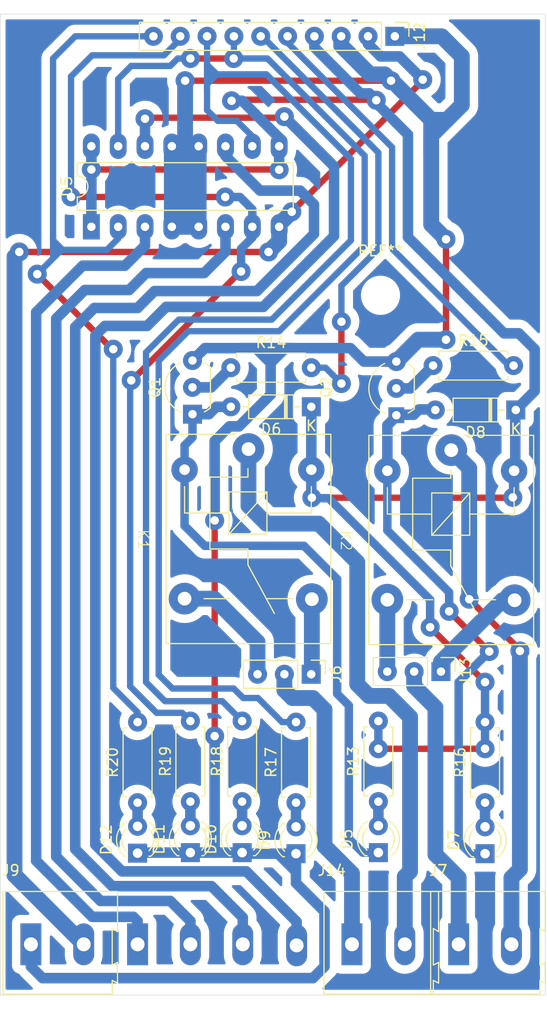
<source format=kicad_pcb>
(kicad_pcb (version 20240108) (generator "pcbnew") (generator_version "8.0")
  (layers (0 "F.Cu" signal) (31 "B.Cu" signal) (34 "B.Paste" user) (35 "F.Paste" user) (36 "B.SilkS" user "B.Silkscreen") (37 "F.SilkS" user "F.Silkscreen") (38 "B.Mask" user) (39 "F.Mask" user) (44 "Edge.Cuts" user))
  (net 0 "")
  (net 1 "Net-(D5-A)")
  (net 2 "Net-(D5-K)")
  (net 3 "Net-(D7-A)")
  (net 4 "Net-(D7-K)")
  (net 5 "GND")
  (net 6 "Net-(D9-A)")
  (net 7 "Net-(D10-A)")
  (net 8 "Net-(D11-A)")
  (net 9 "+5V")
  (net 10 "Net-(D12-A)")
  (net 11 "Net-(J6-Pin_3)")
  (net 12 "Net-(J6-Pin_1)")
  (net 13 "Net-(J14-Pin_1)")
  (net 14 "Net-(J13-Pin_2)")
  (net 15 "Net-(J7-Pin_2)")
  (net 16 "/PWM3")
  (net 17 "/PWM1")
  (net 18 "/PWM2")
  (net 19 "/PWM0")
  (net 20 "VDD")
  (net 21 "Net-(J13-Pin_3)")
  (net 22 "Net-(J13-Pin_1)")
  (net 23 "Net-(J14-Pin_2)")
  (net 24 "Net-(Q1-B)")
  (net 25 "Net-(Q2-B)")
  (net 26 "/RLY0")
  (net 27 "/RLY1")
  (net 28 "/PWM3m")
  (net 29 "/PWM2m")
  (net 30 "/PWM1m")
  (net 31 "/PWM0m")
  (footprint "Codigo_lib:Relay" (layer "F.Cu") (at 140.75 93.475 -90)
    (property "Reference" "K1" (at 0 9.6 -90) (layer "F.SilkS") (effects (font (thickness 0.1))))
    (property "Value" "~")
    (pad "1" thru_hole circle (at -8.55 -0.35) (size 3 3) (drill 1.3) (layers "*.Cu" "*.Mask") (net 23 "Net-(J14-Pin_2)"))
    (pad "2" thru_hole circle (at -6.6 5.7) (size 2.5 2.5) (drill 1) (layers "*.Cu" "*.Mask") (net 2 "Net-(D5-K)"))
    (pad "3" thru_hole circle (at 5.6 5.7) (size 3 3) (drill 1.3) (layers "*.Cu" "*.Mask") (net 11 "Net-(J6-Pin_3)"))
    (pad "4" thru_hole circle (at 5.65 -6.35) (size 3 3) (drill 1.3) (layers "*.Cu" "*.Mask") (net 12 "Net-(J6-Pin_1)"))
    (pad "5" thru_hole circle (at -6.6 -6.3) (size 2.5 2.5) (drill 1) (layers "*.Cu" "*.Mask") (net 9 "+5V"))
  )
  (footprint "Resistor_THT:R_Axial_DIN0207_L6.3mm_D2.5mm_P7.62mm_Horizontal" (layer "F.Cu") (at 139.43 77.225)
    (property "Reference" "R14" (at 3.81 -2.37 0) (layer "F.SilkS"))
    (property "Value" "330")
    (pad "1" thru_hole circle (at 0 0) (size 1.8 1.8) (drill 0.8) (layers "*.Cu" "*.Mask") (net 24 "Net-(Q1-B)"))
    (pad "2" thru_hole oval (at 7.62 0) (size 1.8 1.8) (drill 0.8) (layers "*.Cu" "*.Mask") (net 26 "/RLY0"))
  )
  (footprint "Diode_THT:D_DO-35_SOD27_P7.62mm_Horizontal" (layer "F.Cu") (at 147.05 80.925 180)
    (property "Reference" "D6" (at 3.81 -2.12 0) (layer "F.SilkS"))
    (property "Value" "1N4148")
    (fp_text user "K" (at 0 -1.8 0) (layer "F.SilkS"))
    (pad "1" thru_hole rect (at 0 0 180) (size 1.8 1.8) (drill 0.8) (layers "*.Cu" "*.Mask") (net 9 "+5V"))
    (pad "2" thru_hole oval (at 7.62 0 180) (size 1.8 1.8) (drill 0.8) (layers "*.Cu" "*.Mask") (net 2 "Net-(D5-K)"))
  )
  (footprint "Package_DIP:DIP-16_W7.62mm_LongPads" (layer "F.Cu") (at 126.225 63.895 90)
    (property "Reference" "U5" (at 3.81 -2.33 90) (layer "F.SilkS"))
    (property "Value" "L293D")
    (pad "1" thru_hole rect (at 0 0 90) (size 2.4 1.6) (drill 0.8) (layers "*.Cu" "*.Mask") (net 9 "+5V"))
    (pad "2" thru_hole oval (at 0 2.54 90) (size 2.4 1.6) (drill 0.8) (layers "*.Cu" "*.Mask") (net 31 "/PWM0m"))
    (pad "3" thru_hole oval (at 0 5.08 90) (size 2.4 1.6) (drill 0.8) (layers "*.Cu" "*.Mask") (net 19 "/PWM0"))
    (pad "4" thru_hole oval (at 0 7.62 90) (size 2.4 1.6) (drill 0.8) (layers "*.Cu" "*.Mask") (net 5 "GND"))
    (pad "5" thru_hole oval (at 0 10.16 90) (size 2.4 1.6) (drill 0.8) (layers "*.Cu" "*.Mask") (net 5 "GND"))
    (pad "6" thru_hole oval (at 0 12.7 90) (size 2.4 1.6) (drill 0.8) (layers "*.Cu" "*.Mask") (net 17 "/PWM1"))
    (pad "7" thru_hole oval (at 0 15.24 90) (size 2.4 1.6) (drill 0.8) (layers "*.Cu" "*.Mask") (net 30 "/PWM1m"))
    (pad "8" thru_hole oval (at 0 17.78 90) (size 2.4 1.6) (drill 0.8) (layers "*.Cu" "*.Mask") (net 20 "VDD"))
    (pad "9" thru_hole oval (at 7.62 17.78 90) (size 2.4 1.6) (drill 0.8) (layers "*.Cu" "*.Mask") (net 9 "+5V"))
    (pad "10" thru_hole oval (at 7.62 15.24 90) (size 2.4 1.6) (drill 0.8) (layers "*.Cu" "*.Mask") (net 29 "/PWM2m"))
    (pad "11" thru_hole oval (at 7.62 12.7 90) (size 2.4 1.6) (drill 0.8) (layers "*.Cu" "*.Mask") (net 18 "/PWM2"))
    (pad "12" thru_hole oval (at 7.62 10.16 90) (size 2.4 1.6) (drill 0.8) (layers "*.Cu" "*.Mask") (net 5 "GND"))
    (pad "13" thru_hole oval (at 7.62 7.62 90) (size 2.4 1.6) (drill 0.8) (layers "*.Cu" "*.Mask") (net 5 "GND"))
    (pad "14" thru_hole oval (at 7.62 5.08 90) (size 2.4 1.6) (drill 0.8) (layers "*.Cu" "*.Mask") (net 16 "/PWM3"))
    (pad "15" thru_hole oval (at 7.62 2.54 90) (size 2.4 1.6) (drill 0.8) (layers "*.Cu" "*.Mask") (net 28 "/PWM3m"))
    (pad "16" thru_hole oval (at 7.62 0 90) (size 2.4 1.6) (drill 0.8) (layers "*.Cu" "*.Mask") (net 9 "+5V"))
  )
  (footprint "Codigo_lib:Relay" (layer "F.Cu") (at 159.95 93.575 -90)
    (property "Reference" "K2" (at 0 9.6 -90) (layer "F.SilkS") (effects (font (thickness 0.1))))
    (property "Value" "~")
    (pad "1" thru_hole circle (at -8.55 -0.35) (size 3 3) (drill 1.3) (layers "*.Cu" "*.Mask") (net 15 "Net-(J7-Pin_2)"))
    (pad "2" thru_hole circle (at -6.6 5.7) (size 2.5 2.5) (drill 1) (layers "*.Cu" "*.Mask") (net 4 "Net-(D7-K)"))
    (pad "3" thru_hole circle (at 5.6 5.7) (size 3 3) (drill 1.3) (layers "*.Cu" "*.Mask") (net 21 "Net-(J13-Pin_3)"))
    (pad "4" thru_hole circle (at 5.65 -6.35) (size 3 3) (drill 1.3) (layers "*.Cu" "*.Mask") (net 22 "Net-(J13-Pin_1)"))
    (pad "5" thru_hole circle (at -6.6 -6.3) (size 2.5 2.5) (drill 1) (layers "*.Cu" "*.Mask") (net 9 "+5V"))
  )
  (footprint "Connector_PinHeader_2.54mm:PinHeader_1x03_P2.54mm_Vertical" (layer "F.Cu") (at 147.04 106.225 -90)
    (property "Reference" "J6" (at 0 -2.33 90) (layer "F.SilkS"))
    (property "Value" "SEL0")
    (pad "1" thru_hole rect (at 0 0 270) (size 1.8 1.8) (drill 0.8) (layers "*.Cu" "*.Mask") (net 12 "Net-(J6-Pin_1)"))
    (pad "2" thru_hole oval (at 0 2.54 270) (size 1.8 1.8) (drill 0.8) (layers "*.Cu" "*.Mask") (net 13 "Net-(J14-Pin_1)"))
    (pad "3" thru_hole oval (at 0 5.08 270) (size 1.8 1.8) (drill 0.8) (layers "*.Cu" "*.Mask") (net 11 "Net-(J6-Pin_3)"))
  )
  (footprint "Borneras:TerminalBlock_Altech_AK300-4_P5.00mm" (layer "F.Cu") (at 130.56 131.875)
    (property "Reference" "J8" (hide yes))
    (property "Value" "PWM")
    (pad "1" thru_hole rect (at 0.04 -0.1) (size 1.98 3.96) (drill 1.32) (layers "*.Cu" "*.Mask") (net 19 "/PWM0"))
    (pad "2" thru_hole oval (at 5.04 -0.1) (size 1.98 3.96) (drill 1.32) (layers "*.Cu" "*.Mask") (net 17 "/PWM1"))
    (pad "3" thru_hole oval (at 10 -0.1) (size 1.98 3.96) (drill 1.32) (layers "*.Cu" "*.Mask") (net 18 "/PWM2"))
    (pad "4" thru_hole oval (at 15.1 0) (size 1.98 3.96) (drill 1.32) (layers "*.Cu" "*.Mask") (net 16 "/PWM3"))
  )
  (footprint "Resistor_THT:R_Axial_DIN0207_L6.3mm_D2.5mm_P7.62mm_Horizontal" (layer "F.Cu") (at 135.6 118.275 90)
    (property "Reference" "R19" (at 3.81 -2.37 90) (layer "F.SilkS"))
    (property "Value" "330")
    (pad "1" thru_hole circle (at 0 0 90) (size 1.8 1.8) (drill 0.8) (layers "*.Cu" "*.Mask") (net 8 "Net-(D11-A)"))
    (pad "2" thru_hole oval (at 7.62 0 90) (size 1.8 1.8) (drill 0.8) (layers "*.Cu" "*.Mask") (net 30 "/PWM1m"))
  )
  (footprint "Connector_PinHeader_2.54mm:PinHeader_1x03_P2.54mm_Vertical" (layer "F.Cu") (at 159.325 105.975 -90)
    (property "Reference" "J13" (at 0 -2.33 90) (layer "F.SilkS"))
    (property "Value" "SEL1")
    (pad "1" thru_hole rect (at 0 0 270) (size 1.8 1.8) (drill 0.8) (layers "*.Cu" "*.Mask") (net 22 "Net-(J13-Pin_1)"))
    (pad "2" thru_hole oval (at 0 2.54 270) (size 1.8 1.8) (drill 0.8) (layers "*.Cu" "*.Mask") (net 14 "Net-(J13-Pin_2)"))
    (pad "3" thru_hole oval (at 0 5.08 270) (size 1.8 1.8) (drill 0.8) (layers "*.Cu" "*.Mask") (net 21 "Net-(J13-Pin_3)"))
  )
  (footprint "Connector_PinHeader_2.54mm:PinHeader_1x10_P2.54mm_Vertical" (layer "F.Cu") (at 154.96 45.875 -90)
    (property "Reference" "J12" (at 0 -2.33 90) (layer "F.SilkS"))
    (property "Value" "OUTPUTS")
    (pad "1" thru_hole rect (at 0 0 270) (size 1.8 1.8) (drill 0.8) (layers "*.Cu" "*.Mask") (net 5 "GND"))
    (pad "2" thru_hole oval (at 0 2.54 270) (size 1.8 1.8) (drill 0.8) (layers "*.Cu" "*.Mask") (net 20 "VDD"))
    (pad "3" thru_hole oval (at 0 5.08 270) (size 1.8 1.8) (drill 0.8) (layers "*.Cu" "*.Mask") (net 5 "GND"))
    (pad "4" thru_hole oval (at 0 7.62 270) (size 1.8 1.8) (drill 0.8) (layers "*.Cu" "*.Mask") (net 9 "+5V"))
    (pad "5" thru_hole oval (at 0 10.16 270) (size 1.8 1.8) (drill 0.8) (layers "*.Cu" "*.Mask") (net 27 "/RLY1"))
    (pad "6" thru_hole oval (at 0 12.7 270) (size 1.8 1.8) (drill 0.8) (layers "*.Cu" "*.Mask") (net 26 "/RLY0"))
    (pad "7" thru_hole oval (at 0 15.24 270) (size 1.8 1.8) (drill 0.8) (layers "*.Cu" "*.Mask") (net 28 "/PWM3m"))
    (pad "8" thru_hole oval (at 0 17.78 270) (size 1.8 1.8) (drill 0.8) (layers "*.Cu" "*.Mask") (net 29 "/PWM2m"))
    (pad "9" thru_hole oval (at 0 20.32 270) (size 1.8 1.8) (drill 0.8) (layers "*.Cu" "*.Mask") (net 30 "/PWM1m"))
    (pad "10" thru_hole oval (at 0 22.86 270) (size 1.8 1.8) (drill 0.8) (layers "*.Cu" "*.Mask") (net 31 "/PWM0m"))
  )
  (footprint "Package_TO_SOT_THT:TO-92L_Inline_Wide" (layer "F.Cu") (at 135.8 81.625 90)
    (property "Reference" "Q1" (at 2.54 -3.56 90) (layer "F.SilkS"))
    (property "Value" "BC548")
    (pad "1" thru_hole rect (at 0 0 90) (size 1.8 1.8) (drill 0.8) (layers "*.Cu" "*.Mask") (net 2 "Net-(D5-K)"))
    (pad "2" thru_hole circle (at 2.54 0 90) (size 1.8 1.8) (drill 0.8) (layers "*.Cu" "*.Mask") (net 24 "Net-(Q1-B)"))
    (pad "3" thru_hole circle (at 5.08 0 90) (size 1.8 1.8) (drill 0.8) (layers "*.Cu" "*.Mask") (net 5 "GND"))
  )
  (footprint "Borneras:TerminalBlock_Altech_AK300-2_P5.00mm" (layer "F.Cu") (at 120.5 131.775)
    (property "Reference" "J9" (at -1.92 -6.99 0) (layer "F.SilkS"))
    (property "Value" "PWR_OUT")
    (pad "1" thru_hole rect (at 0 0) (size 1.98 3.96) (drill 1.32) (layers "*.Cu" "*.Mask") (net 5 "GND"))
    (pad "2" thru_hole oval (at 5 0) (size 1.98 3.96) (drill 1.32) (layers "*.Cu" "*.Mask") (net 20 "VDD"))
  )
  (footprint "Borneras:TerminalBlock_Altech_AK300-2_P5.00mm" (layer "F.Cu") (at 150.9 131.775)
    (property "Reference" "J14" (at -1.92 -6.99 0) (layer "F.SilkS"))
    (property "Value" "RLY0")
    (pad "1" thru_hole rect (at 0 0) (size 1.98 3.96) (drill 1.32) (layers "*.Cu" "*.Mask") (net 13 "Net-(J14-Pin_1)"))
    (pad "2" thru_hole oval (at 5 0) (size 1.98 3.96) (drill 1.32) (layers "*.Cu" "*.Mask") (net 23 "Net-(J14-Pin_2)"))
  )
  (footprint "Resistor_THT:R_Axial_DIN0207_L6.3mm_D2.5mm_P7.62mm_Horizontal" (layer "F.Cu") (at 158.58 77.025)
    (property "Reference" "R15" (at 3.81 -2.37 0) (layer "F.SilkS"))
    (property "Value" "330")
    (pad "1" thru_hole circle (at 0 0) (size 1.8 1.8) (drill 0.8) (layers "*.Cu" "*.Mask") (net 25 "Net-(Q2-B)"))
    (pad "2" thru_hole oval (at 7.62 0) (size 1.8 1.8) (drill 0.8) (layers "*.Cu" "*.Mask") (net 27 "/RLY1"))
  )
  (footprint "Resistor_THT:R_Axial_DIN0207_L6.3mm_D2.5mm_P7.62mm_Horizontal" (layer "F.Cu") (at 145.6 118.375 90)
    (property "Reference" "R17" (at 3.81 -2.37 90) (layer "F.SilkS"))
    (property "Value" "330")
    (pad "1" thru_hole circle (at 0 0 90) (size 1.8 1.8) (drill 0.8) (layers "*.Cu" "*.Mask") (net 6 "Net-(D9-A)"))
    (pad "2" thru_hole oval (at 7.62 0 90) (size 1.8 1.8) (drill 0.8) (layers "*.Cu" "*.Mask") (net 28 "/PWM3m"))
  )
  (footprint "LED_THT:LED_D3.0mm_IRBlack" (layer "F.Cu") (at 140.5 123.1 90)
    (property "Reference" "D10" (at 1.27 -2.96 90) (layer "F.SilkS"))
    (property "Value" "DI2")
    (pad "1" thru_hole rect (at 0 0 90) (size 1.8 1.8) (drill 0.9) (layers "*.Cu" "*.Mask") (net 5 "GND"))
    (pad "2" thru_hole circle (at 2.54 0 90) (size 1.8 1.8) (drill 0.9) (layers "*.Cu" "*.Mask") (net 7 "Net-(D10-A)"))
  )
  (footprint "LED_THT:LED_D3.0mm_IRBlack" (layer "F.Cu") (at 135.6 123.1 90)
    (property "Reference" "D11" (at 1.27 -2.96 90) (layer "F.SilkS"))
    (property "Value" "DI1")
    (pad "1" thru_hole rect (at 0 0 90) (size 1.8 1.8) (drill 0.9) (layers "*.Cu" "*.Mask") (net 5 "GND"))
    (pad "2" thru_hole circle (at 2.54 0 90) (size 1.8 1.8) (drill 0.9) (layers "*.Cu" "*.Mask") (net 8 "Net-(D11-A)"))
  )
  (footprint "MountingHole:MountingHole_3.2mm_M3" (layer "F.Cu") (at 153.6 70.375)
    (property "Reference" "REF**" (at 0 -4.2 0) (layer "F.SilkS"))
    (property "Value" "MountingHole_3.2mm_M3")
    (pad "" np_thru_hole circle (at 0 0) (size 3.2 3.2) (drill 3.2) (layers "*.Cu" "*.Mask"))
  )
  (footprint "Package_TO_SOT_THT:TO-92L_Inline_Wide" (layer "F.Cu") (at 155.1 81.725 90)
    (property "Reference" "Q2" (at 2.64 -6.61 90) (layer "F.SilkS"))
    (property "Value" "BC548")
    (pad "1" thru_hole rect (at 0 0 90) (size 1.5 1.5) (drill 0.8) (layers "*.Cu" "*.Mask") (net 4 "Net-(D7-K)"))
    (pad "2" thru_hole circle (at 2.54 0 90) (size 1.8 1.8) (drill 0.8) (layers "*.Cu" "*.Mask") (net 25 "Net-(Q2-B)"))
    (pad "3" thru_hole circle (at 5.08 0 90) (size 1.8 1.8) (drill 0.8) (layers "*.Cu" "*.Mask") (net 5 "GND"))
  )
  (footprint "Diode_THT:D_DO-35_SOD27_P7.62mm_Horizontal" (layer "F.Cu") (at 166.41 81.225 180)
    (property "Reference" "D8" (at 3.81 -2.12 0) (layer "F.SilkS"))
    (property "Value" "1N4148")
    (fp_text user "K" (at 0 -1.8 0) (layer "F.SilkS"))
    (pad "1" thru_hole rect (at 0 0 180) (size 1.8 1.8) (drill 0.8) (layers "*.Cu" "*.Mask") (net 9 "+5V"))
    (pad "2" thru_hole oval (at 7.62 0 180) (size 1.8 1.8) (drill 0.8) (layers "*.Cu" "*.Mask") (net 4 "Net-(D7-K)"))
  )
  (footprint "Borneras:TerminalBlock_Altech_AK300-2_P5.00mm" (layer "F.Cu") (at 161 131.775)
    (property "Reference" "J7" (at -1.92 -6.99 0) (layer "F.SilkS"))
    (property "Value" "RLY1")
    (pad "1" thru_hole rect (at 0 0) (size 1.98 3.96) (drill 1.32) (layers "*.Cu" "*.Mask") (net 14 "Net-(J13-Pin_2)"))
    (pad "2" thru_hole oval (at 5 0) (size 1.98 3.96) (drill 1.32) (layers "*.Cu" "*.Mask") (net 15 "Net-(J7-Pin_2)"))
  )
  (footprint "LED_THT:LED_D3.0mm_IRBlack" (layer "F.Cu") (at 145.6 123.2 90)
    (property "Reference" "D9" (at 1.27 -2.96 90) (layer "F.SilkS"))
    (property "Value" "DI3")
    (pad "1" thru_hole rect (at 0 0 90) (size 1.8 1.8) (drill 0.9) (layers "*.Cu" "*.Mask") (net 5 "GND"))
    (pad "2" thru_hole circle (at 2.54 0 90) (size 1.8 1.8) (drill 0.9) (layers "*.Cu" "*.Mask") (net 6 "Net-(D9-A)"))
  )
  (footprint "LED_THT:LED_D3.0mm_IRBlack" (layer "F.Cu") (at 153.4 123.1 90)
    (property "Reference" "D5" (at 1.27 -2.96 90) (layer "F.SilkS"))
    (property "Value" "RLY0")
    (pad "1" thru_hole rect (at 0 0 90) (size 1.8 1.8) (drill 0.9) (layers "*.Cu" "*.Mask") (net 2 "Net-(D5-K)"))
    (pad "2" thru_hole circle (at 2.54 0 90) (size 1.8 1.8) (drill 0.9) (layers "*.Cu" "*.Mask") (net 1 "Net-(D5-A)"))
  )
  (footprint "Resistor_THT:R_Axial_DIN0207_L6.3mm_D2.5mm_P7.62mm_Horizontal" (layer "F.Cu") (at 130.6 118.375 90)
    (property "Reference" "R20" (at 3.81 -2.37 90) (layer "F.SilkS"))
    (property "Value" "330")
    (pad "1" thru_hole circle (at 0 0 90) (size 1.8 1.8) (drill 0.8) (layers "*.Cu" "*.Mask") (net 10 "Net-(D12-A)"))
    (pad "2" thru_hole oval (at 7.62 0 90) (size 1.8 1.8) (drill 0.8) (layers "*.Cu" "*.Mask") (net 31 "/PWM0m"))
  )
  (footprint "Resistor_THT:R_Axial_DIN0207_L6.3mm_D2.5mm_P7.62mm_Horizontal" (layer "F.Cu") (at 153.4 118.275 90)
    (property "Reference" "R13" (at 3.81 -2.37 90) (layer "F.SilkS"))
    (property "Value" "330")
    (pad "1" thru_hole circle (at 0 0 90) (size 1.8 1.8) (drill 0.8) (layers "*.Cu" "*.Mask") (net 1 "Net-(D5-A)"))
    (pad "2" thru_hole oval (at 7.62 0 90) (size 1.8 1.8) (drill 0.8) (layers "*.Cu" "*.Mask") (net 9 "+5V"))
  )
  (footprint "Resistor_THT:R_Axial_DIN0207_L6.3mm_D2.5mm_P7.62mm_Horizontal" (layer "F.Cu") (at 163.5 118.375 90)
    (property "Reference" "R16" (at 3.81 -2.37 90) (layer "F.SilkS"))
    (property "Value" "330")
    (pad "1" thru_hole circle (at 0 0 90) (size 1.8 1.8) (drill 0.8) (layers "*.Cu" "*.Mask") (net 3 "Net-(D7-A)"))
    (pad "2" thru_hole oval (at 7.62 0 90) (size 1.8 1.8) (drill 0.8) (layers "*.Cu" "*.Mask") (net 9 "+5V"))
  )
  (footprint "Resistor_THT:R_Axial_DIN0207_L6.3mm_D2.5mm_P7.62mm_Horizontal" (layer "F.Cu") (at 140.5 118.275 90)
    (property "Reference" "R18" (at 3.81 -2.37 90) (layer "F.SilkS"))
    (property "Value" "330")
    (pad "1" thru_hole circle (at 0 0 90) (size 1.8 1.8) (drill 0.8) (layers "*.Cu" "*.Mask") (net 7 "Net-(D10-A)"))
    (pad "2" thru_hole oval (at 7.62 0 90) (size 1.8 1.8) (drill 0.8) (layers "*.Cu" "*.Mask") (net 29 "/PWM2m"))
  )
  (footprint "LED_THT:LED_D3.0mm_IRBlack" (layer "F.Cu") (at 130.6 123.15 90)
    (property "Reference" "D12" (at 1.27 -2.96 90) (layer "F.SilkS"))
    (property "Value" "DI0")
    (pad "1" thru_hole rect (at 0 0 90) (size 1.8 1.8) (drill 0.9) (layers "*.Cu" "*.Mask") (net 5 "GND"))
    (pad "2" thru_hole circle (at 2.54 0 90) (size 1.8 1.8) (drill 0.9) (layers "*.Cu" "*.Mask") (net 10 "Net-(D12-A)"))
  )
  (footprint "LED_THT:LED_D3.0mm_IRBlack" (layer "F.Cu") (at 163.5 123.2 90)
    (property "Reference" "D7" (at 1.27 -2.96 90) (layer "F.SilkS"))
    (property "Value" "RLY1")
    (pad "1" thru_hole rect (at 0 0 90) (size 1.8 1.8) (drill 0.9) (layers "*.Cu" "*.Mask") (net 4 "Net-(D7-K)"))
    (pad "2" thru_hole circle (at 2.54 0 90) (size 1.8 1.8) (drill 0.9) (layers "*.Cu" "*.Mask") (net 3 "Net-(D7-A)"))
  )
  (gr_rect (start 117.6 43.775) (end 169.2 136.575) (stroke (width 0.05)) (fill none) (layer "Edge.Cuts"))
  (segment (start 153.4 118.275) (end 153.4 120.56) (width 1) (layer "B.Cu") (net 1))
  (segment (start 135.05 84.575) (end 135.8 83.825) (width 0.8) (layer "B.Cu") (net 2))
  (segment (start 151.925 123.1) (end 150.6 121.775) (width 0.8) (layer "B.Cu") (net 2))
  (segment (start 135.8 83.825) (end 135.8 81.625) (width 0.8) (layer "B.Cu") (net 2))
  (segment (start 135.8 81.625) (end 137.35 81.625) (width 1) (layer "B.Cu") (net 2))
  (segment (start 138.05 80.925) (end 139.43 80.925) (width 1) (layer "B.Cu") (net 2))
  (segment (start 137.35 81.625) (end 138.05 80.925) (width 1) (layer "B.Cu") (net 2))
  (segment (start 149.5 108.075) (end 149.5 97.225) (width 0.8) (layer "B.Cu") (net 2))
  (segment (start 150.6 121.775) (end 150.6 109.175) (width 0.8) (layer "B.Cu") (net 2))
  (segment (start 149.5 97.225) (end 146.35 94.075) (width 0.8) (layer "B.Cu") (net 2))
  (segment (start 150.6 109.175) (end 149.5 108.075) (width 0.8) (layer "B.Cu") (net 2))
  (segment (start 146.35 94.075) (end 136.95 94.075) (width 0.8) (layer "B.Cu") (net 2))
  (segment (start 136.95 94.075) (end 135.05 92.175) (width 0.8) (layer "B.Cu") (net 2))
  (segment (start 153.4 123.1) (end 151.925 123.1) (width 0.8) (layer "B.Cu") (net 2))
  (segment (start 135.05 92.175) (end 135.05 86.875) (width 0.8) (layer "B.Cu") (net 2))
  (segment (start 135.05 86.875) (end 135.05 84.575) (width 0.8) (layer "B.Cu") (net 2))
  (segment (start 163.5 118.375) (end 163.5 120.66) (width 1) (layer "B.Cu") (net 3))
  (segment (start 160.1 100.275) (end 163.9 104.075) (width 0.6) (layer "F.Cu") (net 4))
  (via (at 163.9 104.075) (size 1.8) (drill 0.8) (layers "F.Cu" "B.Cu") (net 4))
  (via (at 160.1 100.275) (size 1.8) (drill 0.8) (layers "F.Cu" "B.Cu") (net 4))
  (segment (start 154.25 86.975) (end 154.25 82.675) (width 1) (layer "B.Cu") (net 4))
  (segment (start 161 106.975) (end 161 122.075) (width 0.8) (layer "B.Cu") (net 4))
  (segment (start 160.1 98.475) (end 154.25 92.625) (width 0.8) (layer "B.Cu") (net 4))
  (segment (start 154.25 92.625) (end 154.25 86.975) (width 0.8) (layer "B.Cu") (net 4))
  (segment (start 161 122.075) (end 162.125 123.2) (width 0.8) (layer "B.Cu") (net 4))
  (segment (start 160.1 100.275) (end 160.1 98.475) (width 0.8) (layer "B.Cu") (net 4))
  (segment (start 162.125 123.2) (end 163.5 123.2) (width 0.8) (layer "B.Cu") (net 4))
  (segment (start 154.25 82.675) (end 155.25 81.675) (width 1) (layer "B.Cu") (net 4))
  (segment (start 163.9 104.075) (end 161 106.975) (width 0.8) (layer "B.Cu") (net 4))
  (segment (start 157.25 81.175) (end 158.74 81.175) (width 1) (layer "B.Cu") (net 4))
  (segment (start 155.25 81.675) (end 156.75 81.675) (width 1) (layer "B.Cu") (net 4))
  (segment (start 156.75 81.675) (end 157.25 81.175) (width 1) (layer "B.Cu") (net 4))
  (segment (start 137.9 112.075) (end 137.9 91.675) (width 0.6) (layer "F.Cu") (net 5))
  (segment (start 159.8 65.075) (end 159.8 74.575) (width 0.6) (layer "F.Cu") (net 5))
  (segment (start 135.1 50.075) (end 154.6 50.075) (width 0.6) (layer "F.Cu") (net 5))
  (via (at 137.9 112.075) (size 1.8) (drill 0.8) (layers "F.Cu" "B.Cu") (net 5))
  (via (at 159.8 65.075) (size 1.8) (drill 0.8) (layers "F.Cu" "B.Cu") (net 5))
  (via (at 135.1 50.075) (size 1.8) (drill 0.8) (layers "F.Cu" "B.Cu") (net 5))
  (via (at 154.6 50.075) (size 1.8) (drill 0.8) (layers "F.Cu" "B.Cu") (net 5))
  (via (at 137.9 91.675) (size 1.8) (drill 0.8) (layers "F.Cu" "B.Cu") (net 5))
  (via (at 159.8 74.575) (size 1.8) (drill 0.8) (layers "F.Cu" "B.Cu") (net 5))
  (segment (start 140.6 123.2) (end 140.5 123.1) (width 1) (layer "B.Cu") (net 5))
  (segment (start 144.6 75.375) (end 145.2 75.375) (width 1) (layer "B.Cu") (net 5))
  (segment (start 154 49.475) (end 152.6 49.475) (width 1.5) (layer "B.Cu") (net 5))
  (segment (start 143.9 123.2) (end 140.6 123.2) (width 1) (layer "B.Cu") (net 5))
  (segment (start 159.8 74.575) (end 157.17 74.575) (width 1.5) (layer "B.Cu") (net 5))
  (segment (start 140.5 75.375) (end 141.8 75.375) (width 1) (layer "B.Cu") (net 5))
  (segment (start 139.3 82.775) (end 140.2 82.775) (width 1) (layer "B.Cu") (net 5))
  (segment (start 158.4 63.675) (end 159.8 65.075) (width 1.5) (layer "B.Cu") (net 5))
  (segment (start 137.9 84.175) (end 139.3 82.775) (width 1) (layer "B.Cu") (net 5))
  (segment (start 137.9 123.1) (end 137.9 112.075) (width 1) (layer "B.Cu") (net 5))
  (segment (start 136.385 56.275) (end 136.385 63.895) (width 1.5) (layer "B.Cu") (net 5))
  (segment (start 158.4 53.775) (end 158.4 56.875) (width 1.5) (layer "B.Cu") (net 5))
  (segment (start 159.4 45.875) (end 154.96 45.875) (width 1.5) (layer "B.Cu") (net 5))
  (segment (start 158.4 56.875) (end 158.4 63.675) (width 1.5) (layer "B.Cu") (net 5))
  (segment (start 159.9 53.775) (end 161.3 52.375) (width 1.5) (layer "B.Cu") (net 5))
  (segment (start 141.8 75.375) (end 143.2 76.775) (width 1) (layer "B.Cu") (net 5))
  (segment (start 152.02 76.645) (end 155.1 76.645) (width 1) (layer "B.Cu") (net 5))
  (segment (start 136.385 63.895) (end 135.1 63.895) (width 1.5) (layer "B.Cu") (net 5))
  (segment (start 145.6 125.375) (end 145.6 124.9) (width 1) (layer "B.Cu") (net 5))
  (segment (start 140.5 123.1) (end 137.9 123.1) (width 1) (layer "B.Cu") (net 5))
  (segment (start 145.6 124.9) (end 143.9 123.2) (width 1) (layer "B.Cu") (net 5))
  (segment (start 148.3 133.875) (end 148.3 128.675) (width 1) (layer "B.Cu") (net 5))
  (segment (start 154.6 50.075) (end 154.7 50.075) (width 1.5) (layer "B.Cu") (net 5))
  (segment (start 130.65 123.1) (end 130.6 123.15) (width 1) (layer "B.Cu") (net 5))
  (segment (start 137.9 123.1) (end 135.6 123.1) (width 1) (layer "B.Cu") (net 5))
  (segment (start 143.2 79.775) (end 143.2 76.775) (width 1) (layer "B.Cu") (net 5))
  (segment (start 158.4 56.875) (end 158.4 55.275) (width 1.5) (layer "B.Cu") (net 5))
  (segment (start 152.6 49.475) (end 149.88 46.755) (width 1.5) (layer "B.Cu") (net 5))
  (segment (start 121.6 134.975) (end 147.2 134.975) (width 1) (layer "B.Cu") (net 5))
  (segment (start 137.9 91.675) (end 137.9 84.175) (width 1) (layer "B.Cu") (net 5))
  (segment (start 145.6 123.2) (end 143.9 123.2) (width 1) (layer "B.Cu") (net 5))
  (segment (start 140.5 75.375) (end 143.2 75.375) (width 1) (layer "B.Cu") (net 5))
  (segment (start 143.2 76.775) (end 144.6 75.375) (width 1) (layer "B.Cu") (net 5))
  (segment (start 143.2 75.375) (end 145.2 75.375) (width 1) (layer "B.Cu") (net 5))
  (segment (start 135.1 63.895) (end 133.845 63.895) (width 1.5) (layer "B.Cu") (net 5))
  (segment (start 140.2 82.775) (end 143.2 79.775) (width 1) (layer "B.Cu") (net 5))
  (segment (start 135.8 76.545) (end 136.97 75.375) (width 1) (layer "B.Cu") (net 5))
  (segment (start 158.4 55.275) (end 159.9 53.775) (width 1.5) (layer "B.Cu") (net 5))
  (segment (start 135.1 50.075) (end 135.1 56.275) (width 1.5) (layer "B.Cu") (net 5))
  (segment (start 135.1 56.275) (end 136.385 56.275) (width 1.5) (layer "B.Cu") (net 5))
  (segment (start 136.97 75.375) (end 140.5 75.375) (width 1) (layer "B.Cu") (net 5))
  (segment (start 161.3 47.775) (end 159.4 45.875) (width 1.5) (layer "B.Cu") (net 5))
  (segment (start 147.2 134.975) (end 148.3 133.875) (width 1) (layer "B.Cu") (net 5))
  (segment (start 135.1 63.895) (end 135.1 56.275) (width 1.5) (layer "B.Cu") (net 5))
  (segment (start 157.17 74.575) (end 155.1 76.645) (width 1.5) (layer "B.Cu") (net 5))
  (segment (start 148.3 128.675) (end 145.6 125.975) (width 1) (layer "B.Cu") (net 5))
  (segment (start 161.3 52.375) (end 161.3 47.775) (width 1.5) (layer "B.Cu") (net 5))
  (segment (start 120.5 131.775) (end 120.5 133.875) (width 1) (layer "B.Cu") (net 5))
  (segment (start 133.845 56.275) (end 133.845 63.895) (width 1.5) (layer "B.Cu") (net 5))
  (segment (start 143.2 76.775) (end 143.2 75.375) (width 1) (layer "B.Cu") (net 5))
  (segment (start 145.6 125.375) (end 145.6 123.2) (width 1) (layer "B.Cu") (net 5))
  (segment (start 154.6 50.075) (end 154 49.475) (width 1.5) (layer "B.Cu") (net 5))
  (segment (start 120.5 133.875) (end 121.6 134.975) (width 1) (layer "B.Cu") (net 5))
  (segment (start 135.6 123.1) (end 130.65 123.1) (width 1) (layer "B.Cu") (net 5))
  (segment (start 145.6 125.975) (end 145.6 125.375) (width 1) (layer "B.Cu") (net 5))
  (segment (start 154.7 50.075) (end 158.4 53.775) (width 1.5) (layer "B.Cu") (net 5))
  (segment (start 158.4 53.775) (end 159.9 53.775) (width 1.5) (layer "B.Cu") (net 5))
  (segment (start 150.75 75.375) (end 152.02 76.645) (width 1) (layer "B.Cu") (net 5))
  (segment (start 149.88 46.755) (end 149.88 45.875) (width 1.5) (layer "B.Cu") (net 5))
  (segment (start 133.845 56.275) (end 135.1 56.275) (width 1.5) (layer "B.Cu") (net 5))
  (segment (start 145.2 75.375) (end 150.75 75.375) (width 1) (layer "B.Cu") (net 5))
  (segment (start 145.6 118.375) (end 145.6 120.66) (width 1) (layer "B.Cu") (net 6))
  (segment (start 140.5 118.275) (end 140.5 120.56) (width 1) (layer "B.Cu") (net 7))
  (segment (start 135.6 118.275) (end 135.6 120.56) (width 1) (layer "B.Cu") (net 8))
  (segment (start 147.1 89.525) (end 166.1 89.525) (width 0.6) (layer "F.Cu") (net 9))
  (segment (start 158.3 101.775) (end 163.5 106.975) (width 0.6) (layer "F.Cu") (net 9))
  (segment (start 139.6 51.875) (end 153.15 51.875) (width 0.6) (layer "F.Cu") (net 9))
  (segment (start 144.005 58.496006) (end 143.983994 58.475) (width 1) (layer "F.Cu") (net 9))
  (segment (start 166.1 89.525) (end 166.128957 89.496043) (width 1) (layer "F.Cu") (net 9))
  (segment (start 153.15 51.875) (end 153.2 51.925) (width 1) (layer "F.Cu") (net 9))
  (segment (start 143.983994 58.475) (end 126.225 58.475) (width 0.6) (layer "F.Cu") (net 9))
  (segment (start 139.5 51.975) (end 139.6 51.875) (width 1) (layer "F.Cu") (net 9))
  (segment (start 153.4 113.275) (end 163.5 113.275) (width 0.6) (layer "F.Cu") (net 9))
  (via (at 147.1 89.525) (size 1.8) (drill 0.8) (layers "F.Cu" "B.Cu") (net 9))
  (via (at 153.2 51.925) (size 1.8) (drill 0.8) (layers "F.Cu" "B.Cu") (net 9))
  (via (at 158.3 101.775) (size 1.8) (drill 0.8) (layers "F.Cu" "B.Cu") (net 9))
  (via (at 144.005 58.496006) (size 1.8) (drill 0.8) (layers "F.Cu" "B.Cu") (net 9))
  (via (at 163.5 106.975) (size 1.8) (drill 0.8) (layers "F.Cu" "B.Cu") (net 9))
  (via (at 139.5 51.975) (size 1.8) (drill 0.8) (layers "F.Cu" "B.Cu") (net 9))
  (via (at 163.5 113.275) (size 1.8) (drill 0.8) (layers "F.Cu" "B.Cu") (net 9))
  (via (at 166.128957 89.496043) (size 1.8) (drill 0.8) (layers "F.Cu" "B.Cu") (net 9))
  (via (at 153.4 113.275) (size 1.8) (drill 0.8) (layers "F.Cu" "B.Cu") (net 9))
  (via (at 126.225 58.475) (size 1.8) (drill 0.8) (layers "F.Cu" "B.Cu") (net 9))
  (segment (start 147.05 86.925) (end 147.05 80.925) (width 1) (layer "B.Cu") (net 9))
  (segment (start 139.5 51.975) (end 140.5 51.975) (width 1) (layer "B.Cu") (net 9))
  (segment (start 152.55 51.275) (end 151.7 51.275) (width 1) (layer "B.Cu") (net 9))
  (segment (start 168.2 75.475) (end 168.2 79.435) (width 1) (layer "B.Cu") (net 9))
  (segment (start 148.7 89.575) (end 147.15 89.575) (width 0.8) (layer "B.Cu") (net 9))
  (segment (start 166.7 73.975) (end 168.2 75.475) (width 1) (layer "B.Cu") (net 9))
  (segment (start 158.3 99.175) (end 148.7 89.575) (width 0.8) (layer "B.Cu") (net 9))
  (segment (start 147.15 89.575) (end 147.1 89.525) (width 0.8) (layer "B.Cu") (net 9))
  (segment (start 166.25 89.375) (end 166.25 86.975) (width 1) (layer "B.Cu") (net 9))
  (segment (start 147.05 86.875) (end 147.05 89.475) (width 1) (layer "B.Cu") (net 9))
  (segment (start 140.5 51.975) (end 144.005 55.48) (width 1) (layer "B.Cu") (net 9))
  (segment (start 151.7 51.275) (end 147.34 46.915) (width 1) (layer "B.Cu") (net 9))
  (segment (start 156.2 64.875) (end 165.3 73.975) (width 1) (layer "B.Cu") (net 9))
  (segment (start 168.2 79.435) (end 166.41 81.225) (width 1) (layer "B.Cu") (net 9))
  (segment (start 165.3 73.975) (end 166.7 73.975) (width 1) (layer "B.Cu") (net 9))
  (segment (start 144.005 58.496006) (end 144.005 56.275) (width 1) (layer "B.Cu") (net 9))
  (segment (start 126.225 58.475) (end 126.225 63.895) (width 1) (layer "B.Cu") (net 9))
  (segment (start 163.5 110.755) (end 163.5 113.275) (width 0.8) (layer "B.Cu") (net 9))
  (segment (start 153.2 51.925) (end 152.55 51.275) (width 1) (layer "B.Cu") (net 9))
  (segment (start 156.2 55.175) (end 156.2 64.875) (width 1) (layer "B.Cu") (net 9))
  (segment (start 153.2 51.925) (end 153.2 52.175) (width 1) (layer "B.Cu") (net 9))
  (segment (start 158.3 101.775) (end 158.3 99.175) (width 0.8) (layer "B.Cu") (net 9))
  (segment (start 126.225 58.475) (end 126.225 56.275) (width 1) (layer "B.Cu") (net 9))
  (segment (start 153.2 52.175) (end 156.2 55.175) (width 1) (layer "B.Cu") (net 9))
  (segment (start 147.05 89.475) (end 147.1 89.525) (width 1) (layer "B.Cu") (net 9))
  (segment (start 153.4 110.655) (end 153.4 113.275) (width 0.8) (layer "B.Cu") (net 9))
  (segment (start 166.36 86.865) (end 166.25 86.975) (width 1) (layer "B.Cu") (net 9))
  (segment (start 166.128957 89.496043) (end 166.25 89.375) (width 1) (layer "B.Cu") (net 9))
  (segment (start 144.005 55.48) (end 144.005 56.275) (width 1) (layer "B.Cu") (net 9))
  (segment (start 163.5 110.755) (end 163.5 106.975) (width 0.8) (layer "B.Cu") (net 9))
  (segment (start 147.34 46.915) (end 147.34 45.875) (width 1) (layer "B.Cu") (net 9))
  (segment (start 166.36 81.175) (end 166.36 86.865) (width 1) (layer "B.Cu") (net 9))
  (segment (start 130.6 118.375) (end 130.6 120.61) (width 1) (layer "B.Cu") (net 10))
  (segment (start 137.85 99.075) (end 141.96 103.185) (width 1.5) (layer "B.Cu") (net 11))
  (segment (start 141.96 103.185) (end 141.96 106.225) (width 1.5) (layer "B.Cu") (net 11))
  (segment (start 135.05 99.075) (end 137.85 99.075) (width 1.5) (layer "B.Cu") (net 11))
  (segment (start 147.1 99.125) (end 147.1 106.165) (width 1.5) (layer "B.Cu") (net 12))
  (segment (start 147.1 106.165) (end 147.04 106.225) (width 1.5) (layer "B.Cu") (net 12))
  (segment (start 148.3 122.475) (end 150.9 125.075) (width 1.5) (layer "B.Cu") (net 13))
  (segment (start 148.3 109.575) (end 148.3 122.475) (width 1.5) (layer "B.Cu") (net 13))
  (segment (start 144.5 107.725) (end 145.25 108.475) (width 1.5) (layer "B.Cu") (net 13))
  (segment (start 147.2 108.475) (end 148.3 109.575) (width 1.5) (layer "B.Cu") (net 13))
  (segment (start 144.5 106.225) (end 144.5 107.725) (width 1.5) (layer "B.Cu") (net 13))
  (segment (start 145.25 108.475) (end 147.2 108.475) (width 1.5) (layer "B.Cu") (net 13))
  (segment (start 150.9 125.075) (end 150.9 131.775) (width 1.5) (layer "B.Cu") (net 13))
  (segment (start 156.785 107.36) (end 156.785 105.975) (width 1.5) (layer "B.Cu") (net 14))
  (segment (start 161 125.475) (end 158.8 123.275) (width 1.5) (layer "B.Cu") (net 14))
  (segment (start 158.8 123.275) (end 158.8 109.375) (width 1.5) (layer "B.Cu") (net 14))
  (segment (start 158.8 109.375) (end 156.785 107.36) (width 1.5) (layer "B.Cu") (net 14))
  (segment (start 161 131.775) (end 161 125.475) (width 1.5) (layer "B.Cu") (net 14))
  (segment (start 166.8 103.925) (end 162 99.125) (width 0.6) (layer "F.Cu") (net 15))
  (segment (start 166.8 104.025) (end 166.8 103.925) (width 1.5) (layer "F.Cu") (net 15))
  (via (at 166.8 104.025) (size 1.8) (drill 0.8) (layers "F.Cu" "B.Cu") (net 15))
  (via (at 162 99.125) (size 1.8) (drill 0.8) (layers "F.Cu" "B.Cu") (net 15))
  (segment (start 166.8 124.675) (end 166 125.475) (width 1.5) (layer "B.Cu") (net 15))
  (segment (start 166 125.475) (end 166 131.775) (width 1.5) (layer "B.Cu") (net 15))
  (segment (start 162 86.725) (end 160.3 85.025) (width 1.5) (layer "B.Cu") (net 15))
  (segment (start 166.8 104.025) (end 166.8 124.675) (width 1.5) (layer "B.Cu") (net 15))
  (segment (start 162 99.125) (end 162 86.725) (width 1.5) (layer "B.Cu") (net 15))
  (segment (start 131.405 53.575) (end 131.305 53.675) (width 1) (layer "F.Cu") (net 16))
  (segment (start 144.4 53.575) (end 131.405 53.575) (width 0.6) (layer "F.Cu") (net 16))
  (segment (start 144.5 53.475) (end 144.4 53.575) (width 1) (layer "F.Cu") (net 16))
  (via (at 144.5 53.475) (size 1.8) (drill 0.8) (layers "F.Cu" "B.Cu") (net 16))
  (via (at 131.305 53.675) (size 1.8) (drill 0.8) (layers "F.Cu" "B.Cu") (net 16))
  (segment (start 129.125 124.875) (end 126.6 122.35) (width 1) (layer "B.Cu") (net 16))
  (segment (start 145.66 129.635) (end 140.9 124.875) (width 1) (layer "B.Cu") (net 16))
  (segment (start 133.3 71.475) (end 142.5 71.475) (width 1) (layer "B.Cu") (net 16))
  (segment (start 126.6 74.175) (end 127.5 73.275) (width 1) (layer "B.Cu") (net 16))
  (segment (start 149.2 58.175) (end 144.5 53.475) (width 1) (layer "B.Cu") (net 16))
  (segment (start 142.5 71.475) (end 149.2 64.775) (width 1) (layer "B.Cu") (net 16))
  (segment (start 131.5 73.275) (end 133.3 71.475) (width 1) (layer "B.Cu") (net 16))
  (segment (start 140.9 124.875) (end 129.125 124.875) (width 1) (layer "B.Cu") (net 16))
  (segment (start 126.6 122.35) (end 126.6 74.175) (width 1) (layer "B.Cu") (net 16))
  (segment (start 149.2 64.775) (end 149.2 58.175) (width 1) (layer "B.Cu") (net 16))
  (segment (start 145.66 131.875) (end 145.66 129.635) (width 1) (layer "B.Cu") (net 16))
  (segment (start 131.305 53.675) (end 131.305 56.275) (width 1) (layer "B.Cu") (net 16))
  (segment (start 127.5 73.275) (end 131.5 73.275) (width 1) (layer "B.Cu") (net 16))
  (segment (start 122.9 72.575) (end 125.6 69.875) (width 1) (layer "B.Cu") (net 17))
  (segment (start 125.6 69.875) (end 129.8 69.875) (width 1) (layer "B.Cu") (net 17))
  (segment (start 138.925 66.25) (end 138.925 63.895) (width 1) (layer "B.Cu") (net 17))
  (segment (start 131.4 68.275) (end 136.9 68.275) (width 1) (layer "B.Cu") (net 17))
  (segment (start 135.6 131.775) (end 135.6 129.575) (width 1) (layer "B.Cu") (net 17))
  (segment (start 133.7 127.675) (end 127.1 127.675) (width 1) (layer "B.Cu") (net 17))
  (segment (start 135.6 129.575) (end 133.7 127.675) (width 1) (layer "B.Cu") (net 17))
  (segment (start 127.1 127.675) (end 122.9 123.475) (width 1) (layer "B.Cu") (net 17))
  (segment (start 136.9 68.275) (end 138.925 66.25) (width 1) (layer "B.Cu") (net 17))
  (segment (start 122.9 123.475) (end 122.9 72.575) (width 1) (layer "B.Cu") (net 17))
  (segment (start 129.8 69.875) (end 131.4 68.275) (width 1) (layer "B.Cu") (net 17))
  (segment (start 137.6 126.275) (end 128.2 126.275) (width 1) (layer "B.Cu") (net 18))
  (segment (start 140.56 131.775) (end 140.56 129.235) (width 1) (layer "B.Cu") (net 18))
  (segment (start 147.3 61.775) (end 146 60.475) (width 1) (layer "B.Cu") (net 18))
  (segment (start 142.2 60.475) (end 138.925 57.2) (width 1) (layer "B.Cu") (net 18))
  (segment (start 124.7 73.375) (end 126.5 71.575) (width 1) (layer "B.Cu") (net 18))
  (segment (start 147.3 64.575) (end 147.3 61.775) (width 1) (layer "B.Cu") (net 18))
  (segment (start 140.56 129.235) (end 137.6 126.275) (width 1) (layer "B.Cu") (net 18))
  (segment (start 138.925 57.2) (end 138.925 56.275) (width 1) (layer "B.Cu") (net 18))
  (segment (start 141.9 69.975) (end 147.3 64.575) (width 1) (layer "B.Cu") (net 18))
  (segment (start 130.6 71.575) (end 132.2 69.975) (width 1) (layer "B.Cu") (net 18))
  (segment (start 146 60.475) (end 142.2 60.475) (width 1) (layer "B.Cu") (net 18))
  (segment (start 132.2 69.975) (end 141.9 69.975) (width 1) (layer "B.Cu") (net 18))
  (segment (start 126.5 71.575) (end 130.6 71.575) (width 1) (layer "B.Cu") (net 18))
  (segment (start 128.2 126.275) (end 124.7 122.775) (width 1) (layer "B.Cu") (net 18))
  (segment (start 124.7 122.775) (end 124.7 73.375) (width 1) (layer "B.Cu") (net 18))
  (segment (start 131.305 65.67) (end 131.305 63.895) (width 1) (layer "B.Cu") (net 19))
  (segment (start 129.4 67.575) (end 131.305 65.67) (width 1) (layer "B.Cu") (net 19))
  (segment (start 130.6 131.775) (end 130.6 129.575) (width 1) (layer "B.Cu") (net 19))
  (segment (start 121 71.975) (end 125.4 67.575) (width 1) (layer "B.Cu") (net 19))
  (segment (start 121 123.875) (end 121 71.975) (width 1) (layer "B.Cu") (net 19))
  (segment (start 130.6 129.575) (end 130.2 129.175) (width 1) (layer "B.Cu") (net 19))
  (segment (start 126.3 129.175) (end 121 123.875) (width 1) (layer "B.Cu") (net 19))
  (segment (start 130.2 129.175) (end 126.3 129.175) (width 1) (layer "B.Cu") (net 19))
  (segment (start 125.4 67.575) (end 129.4 67.575) (width 1) (layer "B.Cu") (net 19))
  (segment (start 157.6 49.975) (end 157.6 50.075) (width 1) (layer "F.Cu") (net 20))
  (segment (start 157.6 50.075) (end 144.95 62.725) (width 0.6) (layer "F.Cu") (net 20))
  (segment (start 143 66.275) (end 119.4 66.275) (width 0.6) (layer "F.Cu") (net 20))
  (via (at 119.4 66.275) (size 1.8) (drill 0.8) (layers "F.Cu" "B.Cu") (net 20))
  (via (at 157.6 49.975) (size 1.8) (drill 0.8) (layers "F.Cu" "B.Cu") (net 20))
  (via (at 145.2 62.475) (size 1.8) (drill 0.8) (layers "F.Cu" "B.Cu") (net 20))
  (via (at 143 66.275) (size 1.8) (drill 0.8) (layers "F.Cu" "B.Cu") (net 20))
  (segment (start 143 66.275) (end 144.005 65.27) (width 1.5) (layer "B.Cu") (net 20))
  (segment (start 118.95 125.225) (end 125.5 131.775) (width 1.5) (layer "B.Cu") (net 20))
  (segment (start 157.6 49.975) (end 155.4 47.775) (width 1) (layer "B.Cu") (net 20))
  (segment (start 155.4 47.775) (end 153.6 47.775) (width 1) (layer "B.Cu") (net 20))
  (segment (start 145.2 62.475) (end 144.005 63.67) (width 1.5) (layer "B.Cu") (net 20))
  (segment (start 119.4 66.275) (end 118.95 66.725) (width 1.5) (layer "B.Cu") (net 20))
  (segment (start 153.6 47.775) (end 152.42 46.595) (width 1) (layer "B.Cu") (net 20))
  (segment (start 144.005 63.67) (end 144.005 63.895) (width 1.5) (layer "B.Cu") (net 20))
  (segment (start 144.005 65.27) (end 144.005 63.895) (width 1.5) (layer "B.Cu") (net 20))
  (segment (start 118.95 66.725) (end 118.95 125.225) (width 1.5) (layer "B.Cu") (net 20))
  (segment (start 152.42 46.595) (end 152.42 45.875) (width 1) (layer "B.Cu") (net 20))
  (segment (start 154.245 99.18) (end 154.25 99.175) (width 1.5) (layer "B.Cu") (net 21))
  (segment (start 154.52 99.445) (end 154.25 99.175) (width 1.5) (layer "B.Cu") (net 21))
  (segment (start 154.245 105.975) (end 154.245 99.18) (width 1.5) (layer "B.Cu") (net 21))
  (segment (start 165.15 99.225) (end 166.3 99.225) (width 1.5) (layer "B.Cu") (net 22))
  (segment (start 159.325 105.05) (end 165.15 99.225) (width 1.5) (layer "B.Cu") (net 22))
  (segment (start 159.325 105.975) (end 159.325 105.05) (width 1.5) (layer "B.Cu") (net 22))
  (segment (start 141.1 84.925) (end 141.1 90.275) (width 1.5) (layer "B.Cu") (net 23))
  (segment (start 151.4 95.625) (end 151.4 107.175) (width 1.5) (layer "B.Cu") (net 23))
  (segment (start 155.9 125.375) (end 155.9 131.775) (width 1.5) (layer "B.Cu") (net 23))
  (segment (start 151.4 107.175) (end 152.5 108.275) (width 1.5) (layer "B.Cu") (net 23))
  (segment (start 152.5 108.275) (end 154.4 108.275) (width 1.5) (layer "B.Cu") (net 23))
  (segment (start 147.75 91.975) (end 151.4 95.625) (width 1.5) (layer "B.Cu") (net 23))
  (segment (start 142.8 91.975) (end 147.75 91.975) (width 1.5) (layer "B.Cu") (net 23))
  (segment (start 154.4 108.275) (end 156.4 110.275) (width 1.5) (layer "B.Cu") (net 23))
  (segment (start 156.4 110.275) (end 156.4 124.875) (width 1.5) (layer "B.Cu") (net 23))
  (segment (start 156.4 124.875) (end 155.9 125.375) (width 1.5) (layer "B.Cu") (net 23))
  (segment (start 141.1 90.275) (end 142.8 91.975) (width 1.5) (layer "B.Cu") (net 23))
  (segment (start 135.8 79.085) (end 137.57 79.085) (width 1) (layer "B.Cu") (net 24))
  (segment (start 137.57 79.085) (end 139.43 77.225) (width 1) (layer "B.Cu") (net 24))
  (segment (start 156.42 79.185) (end 158.58 77.025) (width 1) (layer "B.Cu") (net 25))
  (segment (start 155.1 79.185) (end 156.42 79.185) (width 1) (layer "B.Cu") (net 25))
  (segment (start 149.9 72.325) (end 149.9 78.725) (width 0.6) (layer "F.Cu") (net 26))
  (via (at 149.9 72.875) (size 1.8) (drill 0.8) (layers "F.Cu" "B.Cu") (net 26))
  (via (at 149.9 78.725) (size 1.8) (drill 0.8) (layers "F.Cu" "B.Cu") (net 26))
  (segment (start 153.4 56.875) (end 142.4 45.875) (width 0.6) (layer "B.Cu") (net 26))
  (segment (start 149.9 78.725) (end 148.4 77.225) (width 0.6) (layer "B.Cu") (net 26))
  (segment (start 148.4 77.225) (end 147.05 77.225) (width 0.6) (layer "B.Cu") (net 26))
  (segment (start 149.9 69.475) (end 153.4 65.975) (width 0.6) (layer "B.Cu") (net 26))
  (segment (start 149.9 72.875) (end 149.9 69.475) (width 0.6) (layer "B.Cu") (net 26))
  (segment (start 142.4 45.875) (end 142.26 45.875) (width 0.6) (layer "B.Cu") (net 26))
  (segment (start 153.4 65.975) (end 153.4 56.875) (width 0.6) (layer "B.Cu") (net 26))
  (segment (start 154.7 56.375) (end 154.7 65.975) (width 0.6) (layer "B.Cu") (net 27))
  (segment (start 165.75 77.025) (end 166.2 77.025) (width 0.6) (layer "B.Cu") (net 27))
  (segment (start 144.8 46.475) (end 154.7 56.375) (width 0.6) (layer "B.Cu") (net 27))
  (segment (start 154.7 65.975) (end 165.75 77.025) (width 0.6) (layer "B.Cu") (net 27))
  (segment (start 144.8 45.875) (end 144.8 46.475) (width 0.6) (layer "B.Cu") (net 27))
  (segment (start 139.7 47.975) (end 135.6 47.975) (width 0.6) (layer "F.Cu") (net 28))
  (via (at 139.7 47.975) (size 1.8) (drill 0.8) (layers "F.Cu" "B.Cu") (net 28))
  (via (at 135.6 47.975) (size 1.8) (drill 0.8) (layers "F.Cu" "B.Cu") (net 28))
  (segment (start 142.9 47.975) (end 139.7 47.975) (width 0.6) (layer "B.Cu") (net 28))
  (segment (start 130 48.675) (end 128.765 49.91) (width 0.6) (layer "B.Cu") (net 28))
  (segment (start 135.6 47.975) (end 135.6 48.175) (width 0.6) (layer "B.Cu") (net 28))
  (segment (start 132.6 106.275) (end 132.6 76.575) (width 0.6) (layer "B.Cu") (net 28))
  (segment (start 152.1 57.175) (end 142.9 47.975) (width 0.6) (layer "B.Cu") (net 28))
  (segment (start 139.72 47.955) (end 139.7 47.975) (width 0.6) (layer "B.Cu") (net 28))
  (segment (start 152.1 65.675) (end 152.1 57.175) (width 0.6) (layer "B.Cu") (net 28))
  (segment (start 134.4 47.975) (end 133.7 48.675) (width 0.6) (layer "B.Cu") (net 28))
  (segment (start 144 73.775) (end 152.1 65.675) (width 0.6) (layer "B.Cu") (net 28))
  (segment (start 132.6 76.575) (end 135.4 73.775) (width 0.6) (layer "B.Cu") (net 28))
  (segment (start 139.7 107.575) (end 133.9 107.575) (width 0.6) (layer "B.Cu") (net 28))
  (segment (start 140.6 108.475) (end 139.7 107.575) (width 0.6) (layer "B.Cu") (net 28))
  (segment (start 135.6 48.175) (end 135.3 48.475) (width 0.6) (layer "B.Cu") (net 28))
  (segment (start 135.4 73.775) (end 144 73.775) (width 0.6) (layer "B.Cu") (net 28))
  (segment (start 145.6 110.755) (end 144.28 110.755) (width 0.6) (layer "B.Cu") (net 28))
  (segment (start 135.6 47.975) (end 134.4 47.975) (width 0.6) (layer "B.Cu") (net 28))
  (segment (start 144.28 110.755) (end 142 108.475) (width 0.6) (layer "B.Cu") (net 28))
  (segment (start 128.765 49.91) (end 128.765 56.275) (width 0.6) (layer "B.Cu") (net 28))
  (segment (start 133.9 107.575) (end 132.6 106.275) (width 0.6) (layer "B.Cu") (net 28))
  (segment (start 142 108.475) (end 140.6 108.475) (width 0.6) (layer "B.Cu") (net 28))
  (segment (start 133.7 48.675) (end 130 48.675) (width 0.6) (layer "B.Cu") (net 28))
  (segment (start 139.72 45.875) (end 139.72 47.955) (width 0.6) (layer "B.Cu") (net 28))
  (segment (start 137.18 49.475) (end 137.18 51.175) (width 0.6) (layer "B.Cu") (net 29))
  (segment (start 138.2 53.875) (end 140 53.875) (width 0.6) (layer "B.Cu") (net 29))
  (segment (start 137.18 48.555) (end 137.18 48.275) (width 0.6) (layer "B.Cu") (net 29))
  (segment (start 150.8 65.175) (end 143.3 72.675) (width 0.6) (layer "B.Cu") (net 29))
  (segment (start 140 53.875) (end 141.465 55.34) (width 0.6) (layer "B.Cu") (net 29))
  (segment (start 142.8 49.475) (end 150.8 57.475) (width 0.6) (layer "B.Cu") (net 29))
  (segment (start 138.1 49.475) (end 137.18 49.475) (width 0.6) (layer "B.Cu") (net 29))
  (segment (start 137.18 50.395) (end 138.1 49.475) (width 0.6) (layer "B.Cu") (net 29))
  (segment (start 133.2 108.775) (end 138.62 108.775) (width 0.6) (layer "B.Cu") (net 29))
  (segment (start 138.1 49.475) (end 142.8 49.475) (width 0.6) (layer "B.Cu") (net 29))
  (segment (start 138.62 108.775) (end 140.5 110.655) (width 0.6) (layer "B.Cu") (net 29))
  (segment (start 137.18 48.275) (end 137.18 49.475) (width 0.6) (layer "B.Cu") (net 29))
  (segment (start 150.8 57.475) (end 150.8 65.175) (width 0.6) (layer "B.Cu") (net 29))
  (segment (start 137.18 51.175) (end 137.18 50.395) (width 0.6) (layer "B.Cu") (net 29))
  (segment (start 137.18 51.175) (end 137.18 52.855) (width 0.6) (layer "B.Cu") (net 29))
  (segment (start 134.5 72.675) (end 131.4 75.775) (width 0.6) (layer "B.Cu") (net 29))
  (segment (start 138.1 49.475) (end 137.18 48.555) (width 0.6) (layer "B.Cu") (net 29))
  (segment (start 131.4 106.975) (end 133.2 108.775) (width 0.6) (layer "B.Cu") (net 29))
  (segment (start 137.18 45.875) (end 137.18 48.275) (width 0.6) (layer "B.Cu") (net 29))
  (segment (start 131.4 75.775) (end 131.4 106.975) (width 0.6) (layer "B.Cu") (net 29))
  (segment (start 143.3 72.675) (end 134.5 72.675) (width 0.6) (layer "B.Cu") (net 29))
  (segment (start 141.465 55.34) (end 141.465 56.275) (width 0.6) (layer "B.Cu") (net 29))
  (segment (start 137.18 52.855) (end 138.2 53.875) (width 0.6) (layer "B.Cu") (net 29))
  (segment (start 130.05 78.425) (end 140.35 68.125) (width 0.6) (layer "F.Cu") (net 30))
  (segment (start 130 78.425) (end 130.05 78.425) (width 0.8) (layer "F.Cu") (net 30))
  (segment (start 138.9 61.075) (end 124.3 61.075) (width 0.6) (layer "F.Cu") (net 30))
  (segment (start 140.35 68.125) (end 140.4 68.125) (width 0.8) (layer "F.Cu") (net 30))
  (via (at 138.9 61.075) (size 1.8) (drill 0.8) (layers "F.Cu" "B.Cu") (net 30))
  (via (at 140.4 68.125) (size 1.8) (drill 0.8) (layers "F.Cu" "B.Cu") (net 30))
  (via (at 130 78.425) (size 1.8) (drill 0.8) (layers "F.Cu" "B.Cu") (net 30))
  (via (at 124.3 61.075) (size 1.8) (drill 0.8) (layers "F.Cu" "B.Cu") (net 30))
  (segment (start 124.3 49.675) (end 126.3 47.675) (width 0.6) (layer "B.Cu") (net 30))
  (segment (start 129.9 78.525) (end 129.9 107.375) (width 0.6) (layer "B.Cu") (net 30))
  (segment (start 129.9 107.375) (end 132.4 109.875) (width 0.6) (layer "B.Cu") (net 30))
  (segment (start 134.64 46.135) (end 134.64 45.875) (width 0.6) (layer "B.Cu") (net 30))
  (segment (start 130 78.425) (end 129.9 78.525) (width 0.6) (layer "B.Cu") (net 30))
  (segment (start 134.82 109.875) (end 135.6 110.655) (width 0.6) (layer "B.Cu") (net 30))
  (segment (start 133.1 47.675) (end 134.64 46.135) (width 0.6) (layer "B.Cu") (net 30))
  (segment (start 141.465 62.24) (end 141.465 63.895) (width 0.8) (layer "B.Cu") (net 30))
  (segment (start 132.4 109.875) (end 134.82 109.875) (width 0.6) (layer "B.Cu") (net 30))
  (segment (start 124.3 61.075) (end 124.3 49.675) (width 0.6) (layer "B.Cu") (net 30))
  (segment (start 140.4 65.975) (end 141.465 64.91) (width 0.8) (layer "B.Cu") (net 30))
  (segment (start 141.465 64.91) (end 141.465 63.895) (width 0.8) (layer "B.Cu") (net 30))
  (segment (start 126.3 47.675) (end 133.1 47.675) (width 0.6) (layer "B.Cu") (net 30))
  (segment (start 140.3 61.075) (end 141.465 62.24) (width 0.8) (layer "B.Cu") (net 30))
  (segment (start 138.9 61.075) (end 140.3 61.075) (width 0.8) (layer "B.Cu") (net 30))
  (segment (start 140.4 68.125) (end 140.4 65.975) (width 0.8) (layer "B.Cu") (net 30))
  (segment (start 121.1 68.375) (end 128.2 75.475) (width 0.6) (layer "F.Cu") (net 31))
  (segment (start 128.2 75.475) (end 128.3 75.475) (width 0.6) (layer "F.Cu") (net 31))
  (via (at 128.3 75.475) (size 1.8) (drill 0.8) (layers "F.Cu" "B.Cu") (net 31))
  (via (at 121.1 68.375) (size 1.8) (drill 0.8) (layers "F.Cu" "B.Cu") (net 31))
  (segment (start 122.6 47.975) (end 122.6 64.675) (width 0.6) (layer "B.Cu") (net 31))
  (segment (start 122.6 65.175) (end 123.5 66.075) (width 0.6) (layer "B.Cu") (net 31))
  (segment (start 127.7 66.075) (end 123.5 66.075) (width 0.6) (layer "B.Cu") (net 31))
  (segment (start 123.5 66.075) (end 123.4 66.075) (width 0.6) (layer "B.Cu") (net 31))
  (segment (start 123.5 66.075) (end 122.6 66.075) (width 0.6) (layer "B.Cu") (net 31))
  (segment (start 128.3 107.525) (end 128.3 75.475) (width 0.6) (layer "B.Cu") (net 31))
  (segment (start 124.7 45.875) (end 122.6 47.975) (width 0.6) (layer "B.Cu") (net 31))
  (segment (start 121.7 67.775) (end 121.1 68.375) (width 0.6) (layer "B.Cu") (net 31))
  (segment (start 123.4 66.075) (end 122.6 66.875) (width 0.6) (layer "B.Cu") (net 31))
  (segment (start 128.765 65.01) (end 127.7 66.075) (width 0.6) (layer "B.Cu") (net 31))
  (segment (start 130.6 110.755) (end 130.6 109.825) (width 0.6) (layer "B.Cu") (net 31))
  (segment (start 122.6 64.675) (end 122.6 66.075) (width 0.6) (layer "B.Cu") (net 31))
  (segment (start 128.765 63.895) (end 128.765 65.01) (width 0.6) (layer "B.Cu") (net 31))
  (segment (start 130.6 109.825) (end 128.3 107.525) (width 0.6) (layer "B.Cu") (net 31))
  (segment (start 122.6 64.675) (end 122.6 65.175) (width 0.6) (layer "B.Cu") (net 31))
  (segment (start 122.6 66.075) (end 122.6 66.875) (width 0.6) (layer "B.Cu") (net 31))
  (segment (start 122.6 66.875) (end 121.7 67.775) (width 0.6) (layer "B.Cu") (net 31))
  (segment (start 132.1 45.875) (end 124.7 45.875) (width 0.6) (layer "B.Cu") (net 31))
  (zone (net 0) (net_name "") (layer "B.Cu") (connect_pads (clearance 0.8)) (min_thickness 0.25) (fill yes (thermal_gap 0.5) (thermal_bridge_width 0.5) (island_removal_mode 1) (island_area_min 10))
    (polygon (pts (xy 118.1 44.275) (xy 168.7 44.275) (xy 168.7 136.075) (xy 118.1 136.075)))
  )
)
</source>
